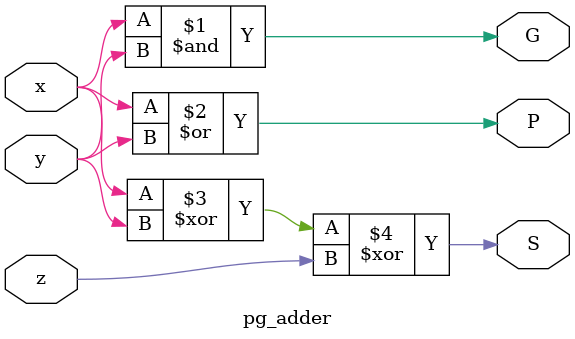
<source format=sv>
module lookahead_adder (
	input  [15:0] A, B,
	input         cin,
	output [15:0] S,
	output        cout
);
    logic P0, G0;
    cla_4 cl4_0(.x(A[3:0]), .y(B[3:0]), .z(cin), .S(S[3:0]), .P(P0), .G(G0));
    
    logic P1, G1;
    assign C1 = cin & P0 | G0;
    cla_4 cl4_1(.x(A[7:4]), .y(B[7:4]), .z(C1), .S(S[7:4]), .P(P1), .G(G1));
    
    logic P2, G2;
    assign C2 = (cin & P0 | G0) & P1 | G1;
    cla_4 cl4_2(.x(A[11:8]), .y(B[11:8]), .z(C2), .S(S[11:8]), .P(P2), .G(G2));
    
    logic P3, G3;
    assign C3 = ((cin & P0 | G0) & P1 | G1) & P2 | G2;
    cla_4 cl4_3(.x(A[15:12]), .y(B[15:12]), .z(C3), .S(S[15:12]), .P(P3), .G(G3));
    
    assign cout = (((cin & P0 | G0) & P1 | G1) & P2 | G2) & P3 | G3;

endmodule

module cla_4(
    input logic[3:0] x, y,
    input logic z,
    output logic[3:0] S,
    output logic P, G
    );
    
    logic P0, G0;
    pg_adder a0(.x(x[0]), .y(y[0]), .z(z), .S(S[0]), .P(P0), .G(G0));
    
    logic P1, G1;
    assign C1 = z & P0 | G0;
    pg_adder a1(.x(x[1]), .y(y[1]), .z(C1), .S(S[1]), .P(P1), .G(G1));
    
    logic P2, G2;
    assign C2 = (z & P0 | G0) & P1 | G1;
    pg_adder a2(.x(x[2]), .y(y[2]), .z(C2), .S(S[2]), .P(P2), .G(G2));
    
    logic P3, G3;
    assign C3 = ((z & P0 | G0) & P1 | G1) & P2 | G2;
    pg_adder a3(.x(x[3]), .y(y[3]), .z(C3), .S(S[3]), .P(P3), .G(G3));
    
    assign P = P3;
    assign G = G3;
    
endmodule
module pg_adder(
    input logic x, y, z,
    output logic S, P, G
    );
    assign G = x & y;
    assign P = x | y;
    assign S = x ^ y ^ z;
endmodule
    
    
    

</source>
